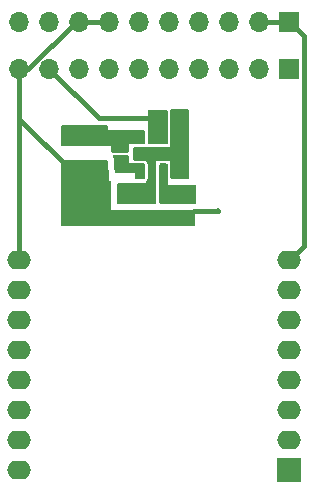
<source format=gbr>
%TF.GenerationSoftware,KiCad,Pcbnew,8.0.6*%
%TF.CreationDate,2024-10-31T15:28:50+01:00*%
%TF.ProjectId,PCB_FINAL2.1,5043425f-4649-44e4-914c-322e312e6b69,rev?*%
%TF.SameCoordinates,Original*%
%TF.FileFunction,Copper,L1,Top*%
%TF.FilePolarity,Positive*%
%FSLAX46Y46*%
G04 Gerber Fmt 4.6, Leading zero omitted, Abs format (unit mm)*
G04 Created by KiCad (PCBNEW 8.0.6) date 2024-10-31 15:28:50*
%MOMM*%
%LPD*%
G01*
G04 APERTURE LIST*
G04 Aperture macros list*
%AMRoundRect*
0 Rectangle with rounded corners*
0 $1 Rounding radius*
0 $2 $3 $4 $5 $6 $7 $8 $9 X,Y pos of 4 corners*
0 Add a 4 corners polygon primitive as box body*
4,1,4,$2,$3,$4,$5,$6,$7,$8,$9,$2,$3,0*
0 Add four circle primitives for the rounded corners*
1,1,$1+$1,$2,$3*
1,1,$1+$1,$4,$5*
1,1,$1+$1,$6,$7*
1,1,$1+$1,$8,$9*
0 Add four rect primitives between the rounded corners*
20,1,$1+$1,$2,$3,$4,$5,0*
20,1,$1+$1,$4,$5,$6,$7,0*
20,1,$1+$1,$6,$7,$8,$9,0*
20,1,$1+$1,$8,$9,$2,$3,0*%
G04 Aperture macros list end*
%TA.AperFunction,SMDPad,CuDef*%
%ADD10R,3.600000X1.500000*%
%TD*%
%TA.AperFunction,SMDPad,CuDef*%
%ADD11R,0.558000X0.972299*%
%TD*%
%TA.AperFunction,SMDPad,CuDef*%
%ADD12RoundRect,0.237500X0.250000X0.237500X-0.250000X0.237500X-0.250000X-0.237500X0.250000X-0.237500X0*%
%TD*%
%TA.AperFunction,SMDPad,CuDef*%
%ADD13RoundRect,0.250000X0.337500X0.475000X-0.337500X0.475000X-0.337500X-0.475000X0.337500X-0.475000X0*%
%TD*%
%TA.AperFunction,ComponentPad*%
%ADD14R,1.700000X1.700000*%
%TD*%
%TA.AperFunction,ComponentPad*%
%ADD15O,1.700000X1.700000*%
%TD*%
%TA.AperFunction,SMDPad,CuDef*%
%ADD16RoundRect,0.237500X0.300000X0.237500X-0.300000X0.237500X-0.300000X-0.237500X0.300000X-0.237500X0*%
%TD*%
%TA.AperFunction,SMDPad,CuDef*%
%ADD17RoundRect,0.237500X0.237500X-0.250000X0.237500X0.250000X-0.237500X0.250000X-0.237500X-0.250000X0*%
%TD*%
%TA.AperFunction,SMDPad,CuDef*%
%ADD18RoundRect,0.237500X0.237500X-0.300000X0.237500X0.300000X-0.237500X0.300000X-0.237500X-0.300000X0*%
%TD*%
%TA.AperFunction,ComponentPad*%
%ADD19R,2.000000X2.000000*%
%TD*%
%TA.AperFunction,ComponentPad*%
%ADD20O,2.000000X1.600000*%
%TD*%
%TA.AperFunction,ViaPad*%
%ADD21C,0.500000*%
%TD*%
%TA.AperFunction,Conductor*%
%ADD22C,0.400000*%
%TD*%
G04 APERTURE END LIST*
D10*
%TO.P,L1,1,1*%
%TO.N,+5V*%
X74649999Y-98675000D03*
%TO.P,L1,2,2*%
%TO.N,/BUCK_SW*%
X74649999Y-95625000D03*
%TD*%
D11*
%TO.P,U1,1,CB*%
%TO.N,/BUCK_CB*%
X79449998Y-98562452D03*
%TO.P,U1,2,GND*%
%TO.N,PdiodeC-*%
X80399999Y-98562452D03*
%TO.P,U1,3,FB*%
%TO.N,/BUCK_FB*%
X81350000Y-98562452D03*
%TO.P,U1,4,EN*%
%TO.N,9V1*%
X81350000Y-95837550D03*
%TO.P,U1,5,VIN*%
X80399999Y-95837550D03*
%TO.P,U1,6,SW*%
%TO.N,/BUCK_SW*%
X79449998Y-95837550D03*
%TD*%
D12*
%TO.P,R2,1*%
%TO.N,/BUCK_FB*%
X81812499Y-100562452D03*
%TO.P,R2,2*%
%TO.N,PdiodeC-*%
X79987499Y-100562452D03*
%TD*%
D13*
%TO.P,C1,1*%
%TO.N,PdiodeC-*%
X78187499Y-100700001D03*
%TO.P,C1,2*%
%TO.N,+5V*%
X76112499Y-100700001D03*
%TD*%
D14*
%TO.P,J1,1,Pin_1*%
%TO.N,3v3*%
X91999999Y-86000000D03*
D15*
%TO.P,J1,2,Pin_2*%
X89459999Y-86000000D03*
%TO.P,J1,3,Pin_3*%
%TO.N,CS{slash}D8*%
X86919999Y-86000000D03*
%TO.P,J1,4,Pin_4*%
%TO.N,MISO{slash}D6*%
X84379999Y-86000000D03*
%TO.P,J1,5,Pin_5*%
%TO.N,D0*%
X81839999Y-86000000D03*
%TO.P,J1,6,Pin_6*%
%TO.N,RX1*%
X79299999Y-86000000D03*
%TO.P,J1,7,Pin_7*%
%TO.N,+5V*%
X76759999Y-86000000D03*
%TO.P,J1,8,Pin_8*%
X74219999Y-86000000D03*
%TO.P,J1,9,Pin_9*%
%TO.N,D3*%
X71679999Y-86000000D03*
%TO.P,J1,10,Pin_10*%
%TO.N,D4*%
X69139999Y-86000000D03*
%TD*%
D16*
%TO.P,C3,1*%
%TO.N,PdiodeC-*%
X82762499Y-94200001D03*
%TO.P,C3,2*%
%TO.N,9V1*%
X81037499Y-94200001D03*
%TD*%
D17*
%TO.P,R1,1*%
%TO.N,+5V*%
X83350000Y-102612500D03*
%TO.P,R1,2*%
%TO.N,/BUCK_FB*%
X83350000Y-100787500D03*
%TD*%
D18*
%TO.P,C2,1*%
%TO.N,/BUCK_CB*%
X77649999Y-98062501D03*
%TO.P,C2,2*%
%TO.N,/BUCK_SW*%
X77649999Y-96337501D03*
%TD*%
D19*
%TO.P,U2,1,~{RST}*%
%TO.N,RST1*%
X91999999Y-124000000D03*
D20*
%TO.P,U2,2,A0*%
%TO.N,A0*%
X91999999Y-121460000D03*
%TO.P,U2,3,D0*%
%TO.N,D0*%
X91999999Y-118920000D03*
%TO.P,U2,4,SCK/D5*%
%TO.N,SCK{slash}D5*%
X91999999Y-116380000D03*
%TO.P,U2,5,MISO/D6*%
%TO.N,MISO{slash}D6*%
X91999999Y-113840000D03*
%TO.P,U2,6,MOSI/D7*%
%TO.N,MOSI{slash}D7*%
X91999999Y-111300000D03*
%TO.P,U2,7,CS/D8*%
%TO.N,CS{slash}D8*%
X91999999Y-108760000D03*
%TO.P,U2,8,3V3*%
%TO.N,3v3*%
X91999999Y-106220000D03*
%TO.P,U2,9,5V*%
%TO.N,+5V*%
X69139999Y-106220000D03*
%TO.P,U2,10,GND*%
%TO.N,PdiodeC-*%
X69139999Y-108760000D03*
%TO.P,U2,11,D4*%
%TO.N,D4*%
X69139999Y-111300000D03*
%TO.P,U2,12,D3*%
%TO.N,D3*%
X69139999Y-113840000D03*
%TO.P,U2,13,SDA/D2*%
%TO.N,SDA{slash}D2*%
X69139999Y-116380000D03*
%TO.P,U2,14,SCL/D1*%
%TO.N,SCL{slash}D1*%
X69139999Y-118920000D03*
%TO.P,U2,15,RX*%
%TO.N,RX1*%
X69139999Y-121460000D03*
%TO.P,U2,16,TX*%
%TO.N,TX1*%
X69139999Y-124000000D03*
%TD*%
D14*
%TO.P,J2,1,Pin_1*%
%TO.N,PdiodeC-*%
X91999999Y-90000000D03*
D15*
%TO.P,J2,2,Pin_2*%
%TO.N,PdiodeA+*%
X89459999Y-90000000D03*
%TO.P,J2,3,Pin_3*%
%TO.N,MOSI{slash}D7*%
X86919999Y-90000000D03*
%TO.P,J2,4,Pin_4*%
%TO.N,SCK{slash}D5*%
X84379999Y-90000000D03*
%TO.P,J2,5,Pin_5*%
%TO.N,RST1*%
X81839999Y-90000000D03*
%TO.P,J2,6,Pin_6*%
%TO.N,TX1*%
X79299999Y-90000000D03*
%TO.P,J2,7,Pin_7*%
%TO.N,SCL{slash}D1*%
X76759999Y-90000000D03*
%TO.P,J2,8,Pin_8*%
%TO.N,SDA{slash}D2*%
X74219999Y-90000000D03*
%TO.P,J2,9,Pin_9*%
%TO.N,9V1*%
X71679999Y-90000000D03*
%TO.P,J2,10,Pin_10*%
%TO.N,+5V*%
X69139999Y-90000000D03*
%TD*%
D21*
%TO.N,+5V*%
X85999999Y-102000000D03*
%TO.N,PdiodeC-*%
X80399999Y-99600000D03*
X79499999Y-97200000D03*
X82399999Y-95900000D03*
X82399999Y-98400000D03*
X81299999Y-97200000D03*
%TD*%
D22*
%TO.N,+5V*%
X76759999Y-86000000D02*
X74219999Y-86000000D01*
X73912232Y-86000000D02*
X69912232Y-90000000D01*
X74219999Y-86000000D02*
X73912232Y-86000000D01*
X83962500Y-102000000D02*
X83350000Y-102612500D01*
X69139999Y-90000000D02*
X69139999Y-94215000D01*
X69139999Y-94215000D02*
X73599999Y-98675000D01*
X69139999Y-106220000D02*
X69139999Y-94215000D01*
X69912232Y-90000000D02*
X69139999Y-90000000D01*
X73599999Y-98675000D02*
X74649999Y-98675000D01*
X85999999Y-102000000D02*
X83962500Y-102000000D01*
%TO.N,9V1*%
X71679999Y-90000000D02*
X75880000Y-94200001D01*
X75880000Y-94200001D02*
X81037499Y-94200001D01*
%TO.N,MOSI{slash}D7*%
X86919999Y-90000000D02*
X86999999Y-90000000D01*
%TO.N,3v3*%
X89459999Y-86000000D02*
X91999999Y-86000000D01*
X93249999Y-104970000D02*
X91999999Y-106220000D01*
X93249999Y-87250000D02*
X93249999Y-104970000D01*
X91999999Y-86000000D02*
X93249999Y-87250000D01*
%TO.N,PdiodeC-*%
X82932498Y-94370000D02*
X82762499Y-94200001D01*
%TD*%
%TA.AperFunction,Conductor*%
%TO.N,/BUCK_CB*%
G36*
X78343038Y-97325185D02*
G01*
X78388793Y-97377989D01*
X78399999Y-97429500D01*
X78399999Y-98000000D01*
X79675999Y-98000000D01*
X79743038Y-98019685D01*
X79788793Y-98072489D01*
X79799999Y-98124000D01*
X79799999Y-99176000D01*
X79780314Y-99243039D01*
X79727510Y-99288794D01*
X79675999Y-99300000D01*
X79023999Y-99300000D01*
X78956960Y-99280315D01*
X78911205Y-99227511D01*
X78899999Y-99176000D01*
X78899999Y-98800000D01*
X77329499Y-98800000D01*
X77262460Y-98780315D01*
X77216705Y-98727511D01*
X77205499Y-98676000D01*
X77205499Y-98578545D01*
X77199044Y-98498041D01*
X77199043Y-98498025D01*
X77192749Y-98459021D01*
X77185718Y-98430290D01*
X77182807Y-98413415D01*
X77180641Y-98392204D01*
X77179999Y-98379607D01*
X77179999Y-97874010D01*
X77179999Y-97874000D01*
X77168446Y-97766544D01*
X77157240Y-97715033D01*
X77157136Y-97714722D01*
X77123115Y-97612502D01*
X77123112Y-97612496D01*
X77048591Y-97496540D01*
X77028906Y-97429500D01*
X77048590Y-97362461D01*
X77101394Y-97316706D01*
X77152906Y-97305500D01*
X78275999Y-97305500D01*
X78343038Y-97325185D01*
G37*
%TD.AperFunction*%
%TD*%
%TA.AperFunction,Conductor*%
%TO.N,PdiodeC-*%
G36*
X83443038Y-93419685D02*
G01*
X83488793Y-93472489D01*
X83499999Y-93524000D01*
X83499999Y-99176000D01*
X83480314Y-99243039D01*
X83427510Y-99288794D01*
X83375999Y-99300000D01*
X82029499Y-99300000D01*
X81962460Y-99280315D01*
X81916705Y-99227511D01*
X81905499Y-99176000D01*
X81905499Y-98124008D01*
X81905499Y-98124000D01*
X81900802Y-98080316D01*
X81900709Y-98079450D01*
X81899999Y-98066196D01*
X81899999Y-97800000D01*
X81623121Y-97800000D01*
X81605474Y-97798738D01*
X81591357Y-97796708D01*
X81575999Y-97794500D01*
X81123999Y-97794500D01*
X81123991Y-97794500D01*
X81079459Y-97799289D01*
X81066203Y-97800000D01*
X80699999Y-97800000D01*
X80699999Y-101320500D01*
X80680314Y-101387539D01*
X80627510Y-101433294D01*
X80575999Y-101444500D01*
X77529499Y-101444500D01*
X77462460Y-101424815D01*
X77416705Y-101372011D01*
X77405499Y-101320500D01*
X77405499Y-99824000D01*
X77425184Y-99756961D01*
X77477988Y-99711206D01*
X77529499Y-99700000D01*
X79899999Y-99700000D01*
X79899999Y-99465038D01*
X79919684Y-99397999D01*
X79927785Y-99388050D01*
X79927455Y-99387798D01*
X79932837Y-99380758D01*
X79932842Y-99380754D01*
X79977489Y-99300937D01*
X79997174Y-99233898D01*
X80005499Y-99176000D01*
X80005499Y-98124000D01*
X80000802Y-98080316D01*
X79996896Y-98062364D01*
X79989601Y-98028825D01*
X79989347Y-98027789D01*
X79987109Y-98018627D01*
X79944099Y-97937915D01*
X79944098Y-97937913D01*
X79930284Y-97921970D01*
X79901261Y-97858413D01*
X79899999Y-97840770D01*
X79899999Y-97800000D01*
X79723121Y-97800000D01*
X79705474Y-97798738D01*
X79691357Y-97796708D01*
X79675999Y-97794500D01*
X79675998Y-97794500D01*
X78923999Y-97794500D01*
X78856960Y-97774815D01*
X78811205Y-97722011D01*
X78799999Y-97670500D01*
X78799999Y-96729500D01*
X78819684Y-96662461D01*
X78872488Y-96616706D01*
X78923999Y-96605500D01*
X79670490Y-96605500D01*
X79670499Y-96605500D01*
X79714183Y-96600803D01*
X79714182Y-96600803D01*
X79715039Y-96600711D01*
X79728295Y-96600000D01*
X80076877Y-96600000D01*
X80094524Y-96601262D01*
X80097964Y-96601756D01*
X80123999Y-96605500D01*
X80124000Y-96605500D01*
X81575990Y-96605500D01*
X81575999Y-96605500D01*
X81619683Y-96600803D01*
X81619682Y-96600803D01*
X81620539Y-96600711D01*
X81633795Y-96600000D01*
X81899999Y-96600000D01*
X81899999Y-96323121D01*
X81901261Y-96305473D01*
X81905499Y-96275998D01*
X81905499Y-93624008D01*
X81905499Y-93624000D01*
X81900802Y-93580316D01*
X81900709Y-93579450D01*
X81899999Y-93566196D01*
X81899999Y-93524000D01*
X81919684Y-93456961D01*
X81972488Y-93411206D01*
X82023999Y-93400000D01*
X83375999Y-93400000D01*
X83443038Y-93419685D01*
G37*
%TD.AperFunction*%
%TD*%
%TA.AperFunction,Conductor*%
%TO.N,/BUCK_FB*%
G36*
X81643038Y-98019685D02*
G01*
X81688793Y-98072489D01*
X81699999Y-98124000D01*
X81699999Y-99800000D01*
X83975999Y-99800000D01*
X84043038Y-99819685D01*
X84088793Y-99872489D01*
X84099999Y-99924000D01*
X84099999Y-101326413D01*
X84080314Y-101393452D01*
X84027510Y-101439207D01*
X83958355Y-101449151D01*
X83926005Y-101444500D01*
X83925999Y-101444500D01*
X81123999Y-101444500D01*
X81056960Y-101424815D01*
X81011205Y-101372011D01*
X80999999Y-101320500D01*
X80999999Y-98124000D01*
X81019684Y-98056961D01*
X81072488Y-98011206D01*
X81123999Y-98000000D01*
X81575999Y-98000000D01*
X81643038Y-98019685D01*
G37*
%TD.AperFunction*%
%TD*%
%TA.AperFunction,Conductor*%
%TO.N,/BUCK_SW*%
G36*
X76593038Y-94769685D02*
G01*
X76638793Y-94822489D01*
X76649999Y-94874000D01*
X76649999Y-95200000D01*
X78699999Y-95200000D01*
X79670499Y-95200000D01*
X79737538Y-95219685D01*
X79783293Y-95272489D01*
X79794499Y-95324000D01*
X79794499Y-96276000D01*
X79774814Y-96343039D01*
X79722010Y-96388794D01*
X79670499Y-96400000D01*
X78399999Y-96400000D01*
X78399999Y-96976000D01*
X78380314Y-97043039D01*
X78327510Y-97088794D01*
X78275999Y-97100000D01*
X77023999Y-97100000D01*
X76956960Y-97080315D01*
X76911205Y-97027511D01*
X76899999Y-96976000D01*
X76899999Y-96500000D01*
X72773999Y-96500000D01*
X72706960Y-96480315D01*
X72661205Y-96427511D01*
X72649999Y-96376000D01*
X72649999Y-94874000D01*
X72669684Y-94806961D01*
X72722488Y-94761206D01*
X72773999Y-94750000D01*
X76525999Y-94750000D01*
X76593038Y-94769685D01*
G37*
%TD.AperFunction*%
%TD*%
%TA.AperFunction,Conductor*%
%TO.N,+5V*%
G36*
X76617538Y-97769685D02*
G01*
X76663293Y-97822489D01*
X76674499Y-97874000D01*
X76674499Y-98411670D01*
X76674500Y-98411688D01*
X76684824Y-98512750D01*
X76684825Y-98512753D01*
X76693705Y-98539551D01*
X76699999Y-98578555D01*
X76699999Y-99450000D01*
X76775999Y-99450000D01*
X76843038Y-99469685D01*
X76888793Y-99522489D01*
X76899999Y-99574000D01*
X76899999Y-101950000D01*
X83925999Y-101950000D01*
X83993038Y-101969685D01*
X84038793Y-102022489D01*
X84049999Y-102074000D01*
X84049999Y-103176000D01*
X84030314Y-103243039D01*
X83977510Y-103288794D01*
X83925999Y-103300000D01*
X72773999Y-103300000D01*
X72706960Y-103280315D01*
X72661205Y-103227511D01*
X72649999Y-103176000D01*
X72649999Y-97874000D01*
X72669684Y-97806961D01*
X72722488Y-97761206D01*
X72773999Y-97750000D01*
X76550499Y-97750000D01*
X76617538Y-97769685D01*
G37*
%TD.AperFunction*%
%TD*%
%TA.AperFunction,Conductor*%
%TO.N,9V1*%
G36*
X81643038Y-93519685D02*
G01*
X81688793Y-93572489D01*
X81699999Y-93624000D01*
X81699999Y-96276000D01*
X81680314Y-96343039D01*
X81627510Y-96388794D01*
X81575999Y-96400000D01*
X80123999Y-96400000D01*
X80056960Y-96380315D01*
X80011205Y-96327511D01*
X79999999Y-96276000D01*
X79999999Y-93624000D01*
X80019684Y-93556961D01*
X80072488Y-93511206D01*
X80123999Y-93500000D01*
X81575999Y-93500000D01*
X81643038Y-93519685D01*
G37*
%TD.AperFunction*%
%TD*%
M02*

</source>
